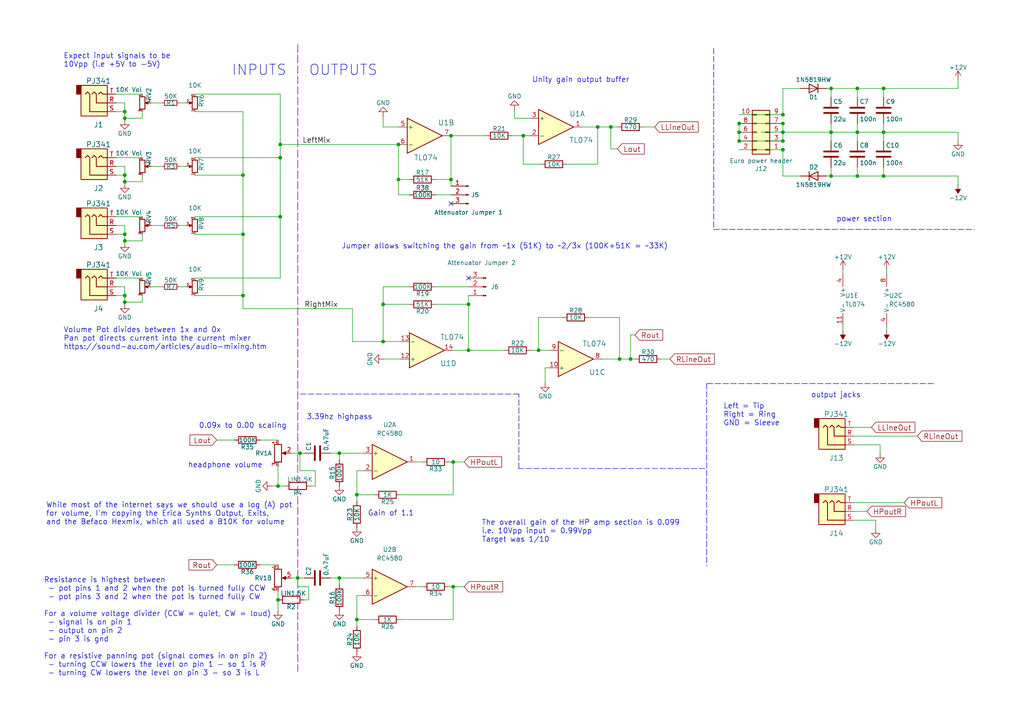
<source format=kicad_sch>
(kicad_sch (version 20211123) (generator eeschema)
  (paper "A4")
  (lib_symbols
    (symbol "Amplifier_Operational:RC4580" (pin_names (offset 0.127))
      (property "Reference" "U" (at 0 5.08 0))
      (property "Value" "RC4580" (at 0 -5.08 0))
      (symbol "RC4580_1_1"
        (polyline (pts (xy -5.08 5.08) (xy 5.08 0) (xy -5.08 -5.08) (xy -5.08 5.08)) (stroke (width 0.254)) (fill (type background)))
        (pin output line (at 7.62 0 180) (length 2.54) (name "~") (number "1"))
        (pin input line (at -7.62 -2.54 0) (length 2.54) (name "-") (number "2"))
        (pin input line (at -7.62 2.54 0) (length 2.54) (name "+") (number "3"))
      )
      (symbol "RC4580_2_1"
        (polyline (pts (xy -5.08 5.08) (xy 5.08 0) (xy -5.08 -5.08) (xy -5.08 5.08)) (stroke (width 0.254)) (fill (type background)))
        (pin input line (at -7.62 2.54 0) (length 2.54) (name "+") (number "5"))
        (pin input line (at -7.62 -2.54 0) (length 2.54) (name "-") (number "6"))
        (pin output line (at 7.62 0 180) (length 2.54) (name "~") (number "7"))
      )
      (symbol "RC4580_3_1"
        (pin power_in line (at -2.54 -7.62 90) (length 3.81) (name "V-") (number "4"))
        (pin power_in line (at -2.54 7.62 270) (length 3.81) (name "V+") (number "8"))
      )
    )
    (symbol "Amplifier_Operational:TL074" (pin_names (offset 0.127))
      (property "Reference" "U" (at 0 5.08 0))
      (property "Value" "TL074" (at 0 -5.08 0))
      (symbol "TL074_1_1"
        (polyline (pts (xy -5.08 5.08) (xy 5.08 0) (xy -5.08 -5.08) (xy -5.08 5.08)) (stroke (width 0.254)) (fill (type background)))
        (pin output line (at 7.62 0 180) (length 2.54) (name "~") (number "1"))
        (pin input line (at -7.62 -2.54 0) (length 2.54) (name "-") (number "2"))
        (pin input line (at -7.62 2.54 0) (length 2.54) (name "+") (number "3"))
      )
      (symbol "TL074_2_1"
        (polyline (pts (xy -5.08 5.08) (xy 5.08 0) (xy -5.08 -5.08) (xy -5.08 5.08)) (stroke (width 0.254)) (fill (type background)))
        (pin input line (at -7.62 2.54 0) (length 2.54) (name "+") (number "5"))
        (pin input line (at -7.62 -2.54 0) (length 2.54) (name "-") (number "6"))
        (pin output line (at 7.62 0 180) (length 2.54) (name "~") (number "7"))
      )
      (symbol "TL074_3_1"
        (polyline (pts (xy -5.08 5.08) (xy 5.08 0) (xy -5.08 -5.08) (xy -5.08 5.08)) (stroke (width 0.254)) (fill (type background)))
        (pin input line (at -7.62 2.54 0) (length 2.54) (name "+") (number "10"))
        (pin output line (at 7.62 0 180) (length 2.54) (name "~") (number "8"))
        (pin input line (at -7.62 -2.54 0) (length 2.54) (name "-") (number "9"))
      )
      (symbol "TL074_4_1"
        (polyline (pts (xy -5.08 5.08) (xy 5.08 0) (xy -5.08 -5.08) (xy -5.08 5.08)) (stroke (width 0.254)) (fill (type background)))
        (pin input line (at -7.62 2.54 0) (length 2.54) (name "+") (number "12"))
        (pin input line (at -7.62 -2.54 0) (length 2.54) (name "-") (number "13"))
        (pin output line (at 7.62 0 180) (length 2.54) (name "~") (number "14"))
      )
      (symbol "TL074_5_1"
        (pin power_in line (at -2.54 -7.62 90) (length 3.81) (name "V-") (number "11"))
        (pin power_in line (at -2.54 7.62 270) (length 3.81) (name "V+") (number "4"))
      )
    )
    (symbol "Connector:AudioJack3"
      (property "Reference" "J" (at 0 8.89 0))
      (property "Value" "AudioJack3" (at 0 6.35 0))
      (symbol "AudioJack3_0_1"
        (rectangle (start -5.08 -5.08) (end -6.35 -2.54) (stroke (width 0.254)) (fill (type outline)))
        (polyline (pts (xy 0 -2.54) (xy 0.635 -3.175) (xy 1.27 -2.54) (xy 2.54 -2.54)) (stroke (width 0.254)))
        (polyline (pts (xy -1.905 -2.54) (xy -1.27 -3.175) (xy -0.635 -2.54) (xy -0.635 0) (xy 2.54 0)) (stroke (width 0.254)))
        (polyline (pts (xy 2.54 2.54) (xy -2.54 2.54) (xy -2.54 -2.54) (xy -3.175 -3.175) (xy -3.81 -2.54)) (stroke (width 0.254)))
        (rectangle (start 2.54 3.81) (end -5.08 -5.08) (stroke (width 0.254)) (fill (type background)))
      )
      (symbol "AudioJack3_1_1"
        (pin passive line (at 5.08 0 180) (length 2.54) (name "~") (number "R"))
        (pin passive line (at 5.08 2.54 180) (length 2.54) (name "~") (number "S"))
        (pin passive line (at 5.08 -2.54 180) (length 2.54) (name "~") (number "T"))
      )
    )
    (symbol "Connector:Conn_01x03_Male" (pin_names (offset 1.016) hide)
      (property "Reference" "J" (at 0 5.08 0))
      (property "Value" "Conn_01x03_Male" (at 0 -5.08 0))
      (symbol "Conn_01x03_Male_1_1"
        (polyline (pts (xy 1.27 -2.54) (xy 0.8636 -2.54)) (stroke (width 0.1524)))
        (polyline (pts (xy 1.27 0) (xy 0.8636 0)) (stroke (width 0.1524)))
        (polyline (pts (xy 1.27 2.54) (xy 0.8636 2.54)) (stroke (width 0.1524)))
        (rectangle (start 0.8636 -2.413) (end 0 -2.667) (stroke (width 0.1524)) (fill (type outline)))
        (rectangle (start 0.8636 0.127) (end 0 -0.127) (stroke (width 0.1524)) (fill (type outline)))
        (rectangle (start 0.8636 2.667) (end 0 2.413) (stroke (width 0.1524)) (fill (type outline)))
        (pin passive line (at 5.08 2.54 180) (length 3.81) (name "Pin_1") (number "1"))
        (pin passive line (at 5.08 0 180) (length 3.81) (name "Pin_2") (number "2"))
        (pin passive line (at 5.08 -2.54 180) (length 3.81) (name "Pin_3") (number "3"))
      )
    )
    (symbol "Connector_Generic:Conn_02x05_Odd_Even" (pin_names (offset 1.016) hide)
      (property "Reference" "J" (at 1.27 7.62 0))
      (property "Value" "Conn_02x05_Odd_Even" (at 1.27 -7.62 0))
      (symbol "Conn_02x05_Odd_Even_1_1"
        (rectangle (start -1.27 -4.953) (end 0 -5.207) (stroke (width 0.1524)))
        (rectangle (start -1.27 -2.413) (end 0 -2.667) (stroke (width 0.1524)))
        (rectangle (start -1.27 0.127) (end 0 -0.127) (stroke (width 0.1524)))
        (rectangle (start -1.27 2.667) (end 0 2.413) (stroke (width 0.1524)))
        (rectangle (start -1.27 5.207) (end 0 4.953) (stroke (width 0.1524)))
        (rectangle (start -1.27 6.35) (end 3.81 -6.35) (stroke (width 0.254)) (fill (type background)))
        (rectangle (start 3.81 -4.953) (end 2.54 -5.207) (stroke (width 0.1524)))
        (rectangle (start 3.81 -2.413) (end 2.54 -2.667) (stroke (width 0.1524)))
        (rectangle (start 3.81 0.127) (end 2.54 -0.127) (stroke (width 0.1524)))
        (rectangle (start 3.81 2.667) (end 2.54 2.413) (stroke (width 0.1524)))
        (rectangle (start 3.81 5.207) (end 2.54 4.953) (stroke (width 0.1524)))
        (pin passive line (at -5.08 5.08 0) (length 3.81) (name "Pin_1") (number "1"))
        (pin passive line (at 7.62 -5.08 180) (length 3.81) (name "Pin_10") (number "10"))
        (pin passive line (at 7.62 5.08 180) (length 3.81) (name "Pin_2") (number "2"))
        (pin passive line (at -5.08 2.54 0) (length 3.81) (name "Pin_3") (number "3"))
        (pin passive line (at 7.62 2.54 180) (length 3.81) (name "Pin_4") (number "4"))
        (pin passive line (at -5.08 0 0) (length 3.81) (name "Pin_5") (number "5"))
        (pin passive line (at 7.62 0 180) (length 3.81) (name "Pin_6") (number "6"))
        (pin passive line (at -5.08 -2.54 0) (length 3.81) (name "Pin_7") (number "7"))
        (pin passive line (at 7.62 -2.54 180) (length 3.81) (name "Pin_8") (number "8"))
        (pin passive line (at -5.08 -5.08 0) (length 3.81) (name "Pin_9") (number "9"))
      )
    )
    (symbol "Device:C" (pin_numbers hide) (pin_names (offset 0.254))
      (property "Reference" "C" (at 0.635 2.54 0))
      (property "Value" "C" (at 0.635 -2.54 0))
      (symbol "C_0_1"
        (polyline (pts (xy -2.032 -0.762) (xy 2.032 -0.762)) (stroke (width 0.508)))
        (polyline (pts (xy -2.032 0.762) (xy 2.032 0.762)) (stroke (width 0.508)))
      )
      (symbol "C_1_1"
        (pin passive line (at 0 3.81 270) (length 2.794) (name "~") (number "1"))
        (pin passive line (at 0 -3.81 90) (length 2.794) (name "~") (number "2"))
      )
    )
    (symbol "Device:D" (pin_numbers hide) (pin_names (offset 1.016) hide)
      (property "Reference" "D" (at 0 2.54 0))
      (property "Value" "D" (at 0 -2.54 0))
      (symbol "D_0_1"
        (polyline (pts (xy -1.27 1.27) (xy -1.27 -1.27)) (stroke (width 0.254)))
        (polyline (pts (xy 1.27 0) (xy -1.27 0)))
        (polyline (pts (xy 1.27 1.27) (xy 1.27 -1.27) (xy -1.27 0) (xy 1.27 1.27)) (stroke (width 0.254)))
      )
      (symbol "D_1_1"
        (pin passive line (at -3.81 0 0) (length 2.54) (name "K") (number "1"))
        (pin passive line (at 3.81 0 180) (length 2.54) (name "A") (number "2"))
      )
    )
    (symbol "Device:R" (pin_numbers hide) (pin_names (offset 0))
      (property "Reference" "R" (at 2.032 0 90))
      (property "Value" "R" (at 0 0 90))
      (symbol "R_0_1"
        (rectangle (start -1.016 -2.54) (end 1.016 2.54) (stroke (width 0.254)))
      )
      (symbol "R_1_1"
        (pin passive line (at 0 3.81 270) (length 1.27) (name "~") (number "1"))
        (pin passive line (at 0 -3.81 90) (length 1.27) (name "~") (number "2"))
      )
    )
    (symbol "Device:R_POT_Dual_Separate" (pin_names (offset 1.016) hide)
      (property "Reference" "RV" (at -4.445 0 90))
      (property "Value" "Device_R_POT_Dual_Separate" (at -2.54 0 90))
      (symbol "R_POT_Dual_Separate_0_1"
        (polyline (pts (xy 2.54 0) (xy 1.524 0)))
        (polyline (pts (xy 1.143 0) (xy 2.286 0.508) (xy 2.286 -0.508) (xy 1.143 0)) (fill (type outline)))
        (rectangle (start 1.016 2.54) (end -1.016 -2.54) (stroke (width 0.254)))
      )
      (symbol "R_POT_Dual_Separate_1_1"
        (pin passive line (at 0 3.81 270) (length 1.27) (name "1") (number "1"))
        (pin passive line (at 3.81 0 180) (length 1.27) (name "2") (number "2"))
        (pin passive line (at 0 -3.81 90) (length 1.27) (name "3") (number "3"))
      )
      (symbol "R_POT_Dual_Separate_2_1"
        (pin passive line (at 0 3.81 270) (length 1.27) (name "4") (number "4"))
        (pin passive line (at 3.81 0 180) (length 1.27) (name "5") (number "5"))
        (pin passive line (at 0 -3.81 90) (length 1.27) (name "6") (number "6"))
      )
    )
    (symbol "Device:R_Potentiometer_Small" (pin_names (offset 1.016) hide)
      (property "Reference" "RV" (at -4.445 0 90))
      (property "Value" "R_Potentiometer_Small" (at -2.54 0 90))
      (symbol "R_Potentiometer_Small_0_1"
        (polyline (pts (xy 0.889 0) (xy 0.635 0) (xy 1.651 0.381) (xy 1.651 -0.381) (xy 0.635 0) (xy 0.889 0)) (fill (type outline)))
        (rectangle (start 0.762 1.8034) (end -0.762 -1.8034) (stroke (width 0.254)))
      )
      (symbol "R_Potentiometer_Small_1_1"
        (pin passive line (at 0 2.54 270) (length 0.635) (name "1") (number "1"))
        (pin passive line (at 2.54 0 180) (length 0.9906) (name "2") (number "2"))
        (pin passive line (at 0 -2.54 90) (length 0.635) (name "3") (number "3"))
      )
    )
    (symbol "Device:R_Small" (pin_numbers hide) (pin_names (offset 0.254) hide)
      (property "Reference" "R" (at 0.762 0.508 0))
      (property "Value" "R_Small" (at 0.762 -1.016 0))
      (symbol "R_Small_0_1"
        (rectangle (start -0.762 1.778) (end 0.762 -1.778) (stroke (width 0.2032)))
      )
      (symbol "R_Small_1_1"
        (pin passive line (at 0 2.54 270) (length 0.762) (name "~") (number "1"))
        (pin passive line (at 0 -2.54 90) (length 0.762) (name "~") (number "2"))
      )
    )
    (symbol "power:+12V" (power) (pin_names (offset 0))
      (property "Value" "+12V" (at 0 3.556 0))
      (symbol "+12V_0_1"
        (polyline (pts (xy -0.762 1.27) (xy 0 2.54)))
        (polyline (pts (xy 0 0) (xy 0 2.54)))
        (polyline (pts (xy 0 2.54) (xy 0.762 1.27)))
      )
      (symbol "+12V_1_1"
        (pin power_in line (at 0 0 90) (length 0) hide (name "+12V") (number "1"))
      )
    )
    (symbol "power:-12V" (power) (pin_names (offset 0))
      (property "Value" "-12V" (at 0 3.81 0))
      (symbol "-12V_0_0"
        (pin power_in line (at 0 0 90) (length 0) hide (name "-12V") (number "1"))
      )
      (symbol "-12V_0_1"
        (polyline (pts (xy 0 0) (xy 0 1.27) (xy 0.762 1.27) (xy 0 2.54) (xy -0.762 1.27) (xy 0 1.27)) (fill (type outline)))
      )
    )
    (symbol "power:GND" (power) (pin_names (offset 0))
      (property "Value" "GND" (at 0 -3.81 0))
      (symbol "GND_0_1"
        (polyline (pts (xy 0 0) (xy 0 -1.27) (xy 1.27 -1.27) (xy 0 -2.54) (xy -1.27 -1.27) (xy 0 -1.27)))
      )
      (symbol "GND_1_1"
        (pin power_in line (at 0 0 270) (length 0) hide (name "GND") (number "1"))
      )
    )
  )
  (junction (at 131.445 170.18))
  (junction (at 248.666 51.054))
  (junction (at 115.57 41.91))
  (junction (at 248.666 38.354))
  (junction (at 177.165 36.83))
  (junction (at 80.645 173.99))
  (junction (at 36.195 34.29))
  (junction (at 227.076 40.894))
  (junction (at 36.195 32.385))
  (junction (at 36.195 87.63))
  (junction (at 70.485 67.945))
  (junction (at 182.88 104.14))
  (junction (at 115.57 52.07))
  (junction (at 98.425 167.64))
  (junction (at 111.125 88.265))
  (junction (at 98.425 131.445))
  (junction (at 214.376 35.814))
  (junction (at 227.076 35.814))
  (junction (at 36.195 85.725))
  (junction (at 81.28 41.91))
  (junction (at 256.286 38.354))
  (junction (at 227.076 43.434))
  (junction (at 156.21 101.6))
  (junction (at 36.195 50.8))
  (junction (at 111.125 99.06))
  (junction (at 36.195 52.705))
  (junction (at 103.505 143.51))
  (junction (at 151.765 39.37))
  (junction (at 214.376 40.894))
  (junction (at 86.36 167.64))
  (junction (at 36.195 69.85))
  (junction (at 241.046 51.054))
  (junction (at 135.89 101.6))
  (junction (at 81.28 45.72))
  (junction (at 256.286 51.054))
  (junction (at 70.485 85.725))
  (junction (at 227.076 38.354))
  (junction (at 70.485 50.8))
  (junction (at 86.995 131.445))
  (junction (at 227.076 33.274))
  (junction (at 80.645 140.97))
  (junction (at 173.355 36.83))
  (junction (at 130.81 52.07))
  (junction (at 81.28 62.865))
  (junction (at 179.705 104.14))
  (junction (at 130.81 39.37))
  (junction (at 36.195 67.945))
  (junction (at 256.286 25.654))
  (junction (at 214.376 38.354))
  (junction (at 248.666 25.654))
  (junction (at 131.445 133.985))
  (junction (at 135.89 88.265))
  (junction (at 103.505 179.705))
  (junction (at 241.046 38.354))
  (junction (at 241.046 25.654))
  (no_connect (at 130.81 59.055))
  (no_connect (at 135.89 80.645))
  (wire (pts (xy 227.076 35.814) (xy 227.076 38.354)))
  (wire (pts (xy 241.046 25.654) (xy 248.666 25.654)))
  (wire (pts (xy 111.125 104.14) (xy 116.205 104.14)))
  (wire (pts (xy 41.275 69.85) (xy 36.195 69.85)))
  (wire (pts (xy 111.125 99.06) (xy 111.125 88.265)))
  (wire (pts (xy 43.815 65.405) (xy 46.99 65.405)))
  (wire (pts (xy 91.44 136.525) (xy 86.995 136.525)))
  (wire (pts (xy 135.89 88.265) (xy 135.89 101.6)))
  (wire (pts (xy 130.81 52.07) (xy 130.81 53.975)))
  (wire (pts (xy 43.815 29.845) (xy 46.99 29.845)))
  (wire (pts (xy 103.505 179.705) (xy 103.505 181.61)))
  (wire (pts (xy 98.425 167.64) (xy 98.425 169.545)))
  (wire (pts (xy 151.765 47.625) (xy 156.845 47.625)))
  (wire (pts (xy 105.41 136.525) (xy 103.505 136.525)))
  (wire (pts (xy 89.535 173.99) (xy 88.265 173.99)))
  (wire (pts (xy 248.666 25.654) (xy 248.666 28.194)))
  (wire (pts (xy 220.726 38.354) (xy 227.076 38.354)))
  (wire (pts (xy 84.455 131.445) (xy 86.995 131.445)))
  (wire (pts (xy 36.195 67.945) (xy 36.195 69.85)))
  (wire (pts (xy 105.41 172.72) (xy 103.505 172.72)))
  (wire (pts (xy 33.655 83.185) (xy 36.195 83.185)))
  (wire (pts (xy 115.57 52.07) (xy 118.745 52.07)))
  (wire (pts (xy 135.89 85.725) (xy 135.89 88.265)))
  (wire (pts (xy 255.27 129.032) (xy 255.27 131.572)))
  (wire (pts (xy 130.175 133.985) (xy 131.445 133.985)))
  (wire (pts (xy 241.046 35.814) (xy 241.046 38.354)))
  (wire (pts (xy 33.655 50.8) (xy 36.195 50.8)))
  (wire (pts (xy 98.425 131.445) (xy 105.41 131.445)))
  (wire (pts (xy 115.57 41.91) (xy 115.57 52.07)))
  (wire (pts (xy 191.77 104.14) (xy 194.31 104.14)))
  (wire (pts (xy 84.455 167.64) (xy 86.36 167.64)))
  (wire (pts (xy 41.275 85.725) (xy 41.275 87.63)))
  (wire (pts (xy 116.205 99.06) (xy 111.125 99.06)))
  (wire (pts (xy 156.21 92.075) (xy 163.195 92.075)))
  (wire (pts (xy 33.655 80.645) (xy 41.275 80.645)))
  (wire (pts (xy 103.505 136.525) (xy 103.505 143.51)))
  (wire (pts (xy 247.65 126.492) (xy 266.065 126.492)))
  (wire (pts (xy 103.505 172.72) (xy 103.505 179.705)))
  (wire (pts (xy 36.195 69.85) (xy 36.195 70.485)))
  (wire (pts (xy 81.28 45.72) (xy 81.28 62.865)))
  (wire (pts (xy 131.445 133.985) (xy 131.445 143.51)))
  (wire (pts (xy 248.666 38.354) (xy 248.666 40.894)))
  (wire (pts (xy 241.046 51.054) (xy 248.666 51.054)))
  (wire (pts (xy 41.275 87.63) (xy 36.195 87.63)))
  (wire (pts (xy 164.465 47.625) (xy 173.355 47.625)))
  (wire (pts (xy 36.195 65.405) (xy 36.195 67.945)))
  (wire (pts (xy 247.65 123.952) (xy 252.73 123.952)))
  (wire (pts (xy 70.485 67.945) (xy 70.485 85.725)))
  (wire (pts (xy 256.286 25.654) (xy 277.876 25.654)))
  (wire (pts (xy 248.666 48.514) (xy 248.666 51.054)))
  (wire (pts (xy 90.17 140.97) (xy 91.44 140.97)))
  (wire (pts (xy 41.275 32.385) (xy 41.275 34.29)))
  (wire (pts (xy 244.475 78.105) (xy 244.475 79.375)))
  (wire (pts (xy 257.175 94.615) (xy 257.175 95.885)))
  (wire (pts (xy 36.195 83.185) (xy 36.195 85.725)))
  (wire (pts (xy 131.445 101.6) (xy 135.89 101.6)))
  (wire (pts (xy 131.445 133.985) (xy 134.62 133.985)))
  (wire (pts (xy 130.81 39.37) (xy 140.97 39.37)))
  (wire (pts (xy 135.89 101.6) (xy 146.304 101.6)))
  (polyline (pts (xy 204.47 135.89) (xy 150.495 135.89)))
  (wire (pts (xy 111.125 88.265) (xy 111.125 83.185)))
  (wire (pts (xy 241.046 38.354) (xy 241.046 40.894)))
  (wire (pts (xy 277.876 25.654) (xy 277.876 23.114)))
  (wire (pts (xy 214.376 35.814) (xy 227.076 35.814)))
  (wire (pts (xy 148.59 39.37) (xy 151.765 39.37)))
  (wire (pts (xy 241.046 25.654) (xy 241.046 28.194)))
  (polyline (pts (xy 86.36 12.954) (xy 86.36 194.818)) (stroke (width 0.2032) (color 194 0 194 1)))
  (wire (pts (xy 86.36 167.64) (xy 88.265 167.64)))
  (polyline (pts (xy 270.764 111.252) (xy 204.978 111.252)))
  (wire (pts (xy 247.65 145.796) (xy 262.255 145.796)))
  (wire (pts (xy 75.565 127.635) (xy 80.645 127.635)))
  (wire (pts (xy 158.115 106.68) (xy 158.115 111.125)))
  (wire (pts (xy 248.666 38.354) (xy 256.286 38.354)))
  (wire (pts (xy 80.645 140.97) (xy 82.55 140.97)))
  (wire (pts (xy 168.91 36.83) (xy 173.355 36.83)))
  (polyline (pts (xy 204.978 111.252) (xy 204.978 164.084)))
  (wire (pts (xy 36.195 29.845) (xy 36.195 32.385)))
  (wire (pts (xy 70.485 89.535) (xy 102.235 89.535)))
  (wire (pts (xy 36.195 32.385) (xy 36.195 34.29)))
  (wire (pts (xy 173.355 36.83) (xy 173.355 47.625)))
  (wire (pts (xy 36.195 52.705) (xy 36.195 53.34)))
  (wire (pts (xy 52.07 48.26) (xy 53.975 48.26)))
  (wire (pts (xy 86.995 136.525) (xy 86.995 131.445)))
  (wire (pts (xy 247.65 129.032) (xy 255.27 129.032)))
  (wire (pts (xy 126.365 52.07) (xy 130.81 52.07)))
  (wire (pts (xy 81.28 41.91) (xy 115.57 41.91)))
  (wire (pts (xy 244.475 94.615) (xy 244.475 95.885)))
  (wire (pts (xy 126.365 56.515) (xy 130.81 56.515)))
  (wire (pts (xy 56.515 62.865) (xy 81.28 62.865)))
  (wire (pts (xy 177.165 36.83) (xy 179.07 36.83)))
  (wire (pts (xy 173.355 36.83) (xy 177.165 36.83)))
  (wire (pts (xy 33.655 85.725) (xy 36.195 85.725)))
  (wire (pts (xy 131.445 170.18) (xy 134.62 170.18)))
  (wire (pts (xy 227.076 43.434) (xy 227.076 51.054)))
  (wire (pts (xy 98.425 131.445) (xy 98.425 133.35)))
  (wire (pts (xy 102.235 89.535) (xy 102.235 99.06)))
  (wire (pts (xy 182.88 97.155) (xy 182.88 104.14)))
  (wire (pts (xy 70.485 50.8) (xy 70.485 67.945)))
  (wire (pts (xy 33.655 67.945) (xy 36.195 67.945)))
  (wire (pts (xy 33.655 27.305) (xy 41.275 27.305)))
  (wire (pts (xy 126.365 88.265) (xy 135.89 88.265)))
  (wire (pts (xy 52.07 29.845) (xy 53.975 29.845)))
  (wire (pts (xy 156.21 92.075) (xy 156.21 101.6)))
  (wire (pts (xy 91.44 140.97) (xy 91.44 136.525)))
  (wire (pts (xy 239.776 25.654) (xy 241.046 25.654)))
  (polyline (pts (xy 150.495 114.3) (xy 86.36 114.3)))
  (wire (pts (xy 111.125 33.655) (xy 111.125 36.83)))
  (wire (pts (xy 214.376 40.894) (xy 214.376 38.354)))
  (wire (pts (xy 33.655 48.26) (xy 36.195 48.26)))
  (wire (pts (xy 43.815 83.185) (xy 46.99 83.185)))
  (wire (pts (xy 52.07 65.405) (xy 53.975 65.405)))
  (wire (pts (xy 86.995 131.445) (xy 88.265 131.445)))
  (polyline (pts (xy 207.01 66.548) (xy 282.702 66.548)))
  (wire (pts (xy 227.076 38.354) (xy 227.076 40.894)))
  (wire (pts (xy 241.046 38.354) (xy 248.666 38.354)))
  (wire (pts (xy 177.165 36.83) (xy 177.165 43.18)))
  (wire (pts (xy 41.275 34.29) (xy 36.195 34.29)))
  (polyline (pts (xy 150.495 135.89) (xy 150.495 114.3)))
  (wire (pts (xy 95.885 131.445) (xy 98.425 131.445)))
  (wire (pts (xy 62.865 163.83) (xy 67.945 163.83)))
  (wire (pts (xy 151.765 39.37) (xy 153.67 39.37)))
  (wire (pts (xy 52.07 83.185) (xy 53.975 83.185)))
  (wire (pts (xy 227.076 33.274) (xy 227.076 25.654)))
  (wire (pts (xy 43.815 48.26) (xy 46.99 48.26)))
  (wire (pts (xy 75.565 163.83) (xy 80.645 163.83)))
  (wire (pts (xy 174.625 104.14) (xy 179.705 104.14)))
  (wire (pts (xy 256.286 51.054) (xy 277.876 51.054)))
  (wire (pts (xy 111.125 83.185) (xy 118.745 83.185)))
  (wire (pts (xy 103.505 143.51) (xy 103.505 145.415)))
  (wire (pts (xy 95.885 167.64) (xy 98.425 167.64)))
  (polyline (pts (xy 207.01 13.97) (xy 207.01 66.548)))
  (wire (pts (xy 247.65 148.336) (xy 251.46 148.336)))
  (wire (pts (xy 227.076 38.354) (xy 241.046 38.354)))
  (wire (pts (xy 277.876 51.054) (xy 277.876 53.594)))
  (wire (pts (xy 70.485 85.725) (xy 70.485 89.535)))
  (wire (pts (xy 103.505 143.51) (xy 108.585 143.51)))
  (wire (pts (xy 182.88 104.14) (xy 184.15 104.14)))
  (wire (pts (xy 241.046 48.514) (xy 241.046 51.054)))
  (wire (pts (xy 111.125 36.83) (xy 115.57 36.83)))
  (wire (pts (xy 227.076 40.894) (xy 214.376 40.894)))
  (wire (pts (xy 156.21 101.6) (xy 159.385 101.6)))
  (wire (pts (xy 179.705 92.075) (xy 179.705 104.14)))
  (wire (pts (xy 62.865 127.635) (xy 67.945 127.635)))
  (wire (pts (xy 277.876 38.354) (xy 277.876 40.894)))
  (wire (pts (xy 80.645 135.255) (xy 80.645 140.97)))
  (wire (pts (xy 33.655 45.72) (xy 41.275 45.72)))
  (wire (pts (xy 56.515 32.385) (xy 70.485 32.385)))
  (wire (pts (xy 170.815 92.075) (xy 179.705 92.075)))
  (wire (pts (xy 56.515 45.72) (xy 81.28 45.72)))
  (wire (pts (xy 186.69 36.83) (xy 189.865 36.83)))
  (wire (pts (xy 80.645 173.99) (xy 80.645 177.165)))
  (wire (pts (xy 248.666 35.814) (xy 248.666 38.354)))
  (wire (pts (xy 153.924 101.6) (xy 156.21 101.6)))
  (wire (pts (xy 214.376 43.434) (xy 227.076 43.434)))
  (wire (pts (xy 103.505 179.705) (xy 108.585 179.705)))
  (wire (pts (xy 36.195 50.8) (xy 36.195 52.705)))
  (wire (pts (xy 131.445 170.18) (xy 131.445 179.705)))
  (wire (pts (xy 56.515 27.305) (xy 81.28 27.305)))
  (wire (pts (xy 256.286 51.054) (xy 256.286 48.514)))
  (wire (pts (xy 86.36 170.18) (xy 89.535 170.18)))
  (wire (pts (xy 115.57 52.07) (xy 115.57 56.515)))
  (wire (pts (xy 126.365 83.185) (xy 135.89 83.185)))
  (wire (pts (xy 56.515 85.725) (xy 70.485 85.725)))
  (wire (pts (xy 81.28 62.865) (xy 81.28 80.645)))
  (wire (pts (xy 33.655 29.845) (xy 36.195 29.845)))
  (wire (pts (xy 256.286 38.354) (xy 256.286 40.894)))
  (wire (pts (xy 256.286 25.654) (xy 256.286 28.194)))
  (wire (pts (xy 33.655 32.385) (xy 36.195 32.385)))
  (wire (pts (xy 149.225 31.75) (xy 149.225 34.29)))
  (wire (pts (xy 248.666 51.054) (xy 256.286 51.054)))
  (wire (pts (xy 86.36 167.64) (xy 86.36 170.18)))
  (wire (pts (xy 177.165 43.18) (xy 179.07 43.18)))
  (wire (pts (xy 130.175 170.18) (xy 131.445 170.18)))
  (wire (pts (xy 70.485 32.385) (xy 70.485 50.8)))
  (wire (pts (xy 116.205 179.705) (xy 131.445 179.705)))
  (wire (pts (xy 115.57 56.515) (xy 118.745 56.515)))
  (wire (pts (xy 248.666 25.654) (xy 256.286 25.654)))
  (wire (pts (xy 80.645 140.97) (xy 78.74 140.97)))
  (wire (pts (xy 159.385 106.68) (xy 158.115 106.68)))
  (wire (pts (xy 179.705 104.14) (xy 182.88 104.14)))
  (wire (pts (xy 41.275 50.8) (xy 41.275 52.705)))
  (wire (pts (xy 214.376 33.274) (xy 227.076 33.274)))
  (wire (pts (xy 149.225 34.29) (xy 153.67 34.29)))
  (wire (pts (xy 227.076 25.654) (xy 232.156 25.654)))
  (wire (pts (xy 257.175 78.105) (xy 257.175 79.375)))
  (wire (pts (xy 120.65 133.985) (xy 122.555 133.985)))
  (wire (pts (xy 102.235 99.06) (xy 111.125 99.06)))
  (wire (pts (xy 116.205 143.51) (xy 131.445 143.51)))
  (wire (pts (xy 256.286 38.354) (xy 277.876 38.354)))
  (wire (pts (xy 184.15 97.155) (xy 182.88 97.155)))
  (wire (pts (xy 239.776 51.054) (xy 241.046 51.054)))
  (wire (pts (xy 120.65 170.18) (xy 122.555 170.18)))
  (wire (pts (xy 41.275 67.945) (xy 41.275 69.85)))
  (wire (pts (xy 214.376 38.354) (xy 214.376 35.814)))
  (wire (pts (xy 56.515 80.645) (xy 81.28 80.645)))
  (wire (pts (xy 56.515 67.945) (xy 70.485 67.945)))
  (wire (pts (xy 36.195 34.29) (xy 36.195 34.925)))
  (wire (pts (xy 151.765 39.37) (xy 151.765 47.625)))
  (wire (pts (xy 36.195 87.63) (xy 36.195 88.265)))
  (wire (pts (xy 227.076 51.054) (xy 232.156 51.054)))
  (wire (pts (xy 89.535 170.18) (xy 89.535 173.99)))
  (wire (pts (xy 33.655 65.405) (xy 36.195 65.405)))
  (wire (pts (xy 247.65 150.876) (xy 254 150.876)))
  (wire (pts (xy 36.195 48.26) (xy 36.195 50.8)))
  (wire (pts (xy 254 150.876) (xy 254 153.416)))
  (wire (pts (xy 111.125 88.265) (xy 118.745 88.265)))
  (wire (pts (xy 80.645 171.45) (xy 80.645 173.99)))
  (wire (pts (xy 56.515 50.8) (xy 70.485 50.8)))
  (wire (pts (xy 256.286 35.814) (xy 256.286 38.354)))
  (wire (pts (xy 130.81 39.37) (xy 130.81 52.07)))
  (wire (pts (xy 98.425 167.64) (xy 105.41 167.64)))
  (wire (pts (xy 81.28 41.91) (xy 81.28 45.72)))
  (wire (pts (xy 81.28 27.305) (xy 81.28 41.91)))
  (wire (pts (xy 36.195 85.725) (xy 36.195 87.63)))
  (wire (pts (xy 41.275 52.705) (xy 36.195 52.705)))
  (wire (pts (xy 33.655 62.865) (xy 41.275 62.865)))
  (text "The overall gain of the HP amp section is 0.099\ni.e. 10Vpp input = 0.99Vpp\nTarget was 1/10" (at 139.7 157.48 0) (effects (font (size 1.524 1.524)) (justify left bottom)))
  (text "headphone volume" (at 76.2 135.89 180) (effects (font (size 1.524 1.524)) (justify right bottom)))
  (text "3.39hz highpass" (at 88.9 121.92 0) (effects (font (size 1.524 1.524)) (justify left bottom)))
  (text "INPUTS" (at 83.185 22.225 180) (effects (font (size 2.9972 2.9972)) (justify right bottom)))
  (text "Volume Pot divides between 1x and 0x\nPan pot directs current into the current mixer\nhttps://sound-au.com/articles/audio-mixing.htm" (at 18.415 101.6 0) (effects (font (size 1.524 1.524)) (justify left bottom)))
  (text "Left = Tip\nRight = Ring\nGND = Sleeve" (at 209.804 123.698 0) (effects (font (size 1.524 1.524)) (justify left bottom)))
  (text "Unity gain output buffer" (at 154.305 24.13 0) (effects (font (size 1.524 1.524)) (justify left bottom)))
  (text "0.09x to 0.00 scaling" (at 83.185 124.46 180) (effects (font (size 1.524 1.524)) (justify right bottom)))
  (text "Gain of 1.1" (at 106.68 149.86 0) (effects (font (size 1.524 1.524)) (justify left bottom)))
  (text "While most of the internet says we should use a log (A) pot\nfor volume, I'm copying the Erica Synths Output, Exits,\nand the Befaco Hexmix, which all used a B10K for volume" (at 13.335 152.4 0) (effects (font (size 1.524 1.524)) (justify left bottom)))
  (text "OUTPUTS" (at 89.535 22.225 0) (effects (font (size 2.9972 2.9972)) (justify left bottom)))
  (text "Jumper allows switching the gain from ~1x (51K) to ~2/3x (100K+51K = ~33K)" (at 99.06 72.39 0) (effects (font (size 1.524 1.524)) (justify left bottom)))
  (text "output jacks" (at 235.204 115.57 0) (effects (font (size 1.524 1.524)) (justify left bottom)))
  (text "Expect input signals to be\n10Vpp (i.e +5V to -5V)" (at 18.415 19.685 0) (effects (font (size 1.524 1.524)) (justify left bottom)))
  (text "power section" (at 242.57 64.516 0) (effects (font (size 1.524 1.524)) (justify left bottom)))
  (text "Resistance is highest between\n - pot pins 1 and 2 when the pot is turned fully CCW\n - pot pins 3 and 2 when the pot is turned fully CW\n\nFor a volume voltage divider (CCW = quiet, CW = loud)\n - signal is on pin 1\n - output on pin 2\n - pin 3 is gnd\n\nFor a resistive panning pot (signal comes in on pin 2)\n - turning CCW lowers the level on pin 1 - so 1 is R\n - turning CW lowers the level on pin 3 - so 3 is L\n" (at 12.7 196.215 0) (effects (font (size 1.524 1.524)) (justify left bottom)))
  (label "RightMix" (at 88.265 89.535 0) (effects (font (size 1.524 1.524))))
  (label "LeftMix" (at 95.885 41.91 180) (effects (font (size 1.524 1.524))))
  (global_label "RLineOut" (shape input) (at 194.31 104.14 0) (effects (font (size 1.524 1.524))) (property "Intersheet References" "${INTERSHEET_REFS}" (effects hide)))
  (global_label "HPoutL" (shape input) (at 134.62 133.985 0) (effects (font (size 1.524 1.524))) (property "Intersheet References" "${INTERSHEET_REFS}" (effects hide)))
  (global_label "RLineOut" (shape input) (at 266.065 126.492 0) (effects (font (size 1.524 1.524))) (property "Intersheet References" "${INTERSHEET_REFS}" (effects hide)))
  (global_label "HPoutL" (shape input) (at 262.255 145.796 0) (effects (font (size 1.524 1.524))) (property "Intersheet References" "${INTERSHEET_REFS}" (effects hide)))
  (global_label "Lout" (shape input) (at 62.865 127.635 180) (effects (font (size 1.524 1.524))) (property "Intersheet References" "${INTERSHEET_REFS}" (effects hide)))
  (global_label "HPoutR" (shape input) (at 134.62 170.18 0) (effects (font (size 1.524 1.524))) (property "Intersheet References" "${INTERSHEET_REFS}" (effects hide)))
  (global_label "Rout" (shape input) (at 184.15 97.155 0) (effects (font (size 1.524 1.524))) (property "Intersheet References" "${INTERSHEET_REFS}" (effects hide)))
  (global_label "LLineOut" (shape input) (at 252.73 123.952 0) (effects (font (size 1.524 1.524))) (property "Intersheet References" "${INTERSHEET_REFS}" (effects hide)))
  (global_label "Rout" (shape input) (at 62.865 163.83 180) (effects (font (size 1.524 1.524))) (property "Intersheet References" "${INTERSHEET_REFS}" (effects hide)))
  (global_label "HPoutR" (shape input) (at 251.46 148.336 0) (effects (font (size 1.524 1.524))) (property "Intersheet References" "${INTERSHEET_REFS}" (effects hide)))
  (global_label "LLineOut" (shape input) (at 189.865 36.83 0) (effects (font (size 1.524 1.524))) (property "Intersheet References" "${INTERSHEET_REFS}" (effects hide)))
  (global_label "Lout" (shape input) (at 179.07 43.18 0) (effects (font (size 1.524 1.524))) (property "Intersheet References" "${INTERSHEET_REFS}" (effects hide)))
  (symbol (lib_id "Device:R") (at 182.88 36.83 90) (unit 1)
    (property "Reference" "R29" (at 182.88 34.798 90))
    (property "Value" "470" (at 182.88 36.83 90))
    (property "Footprint" "Resistor_SMD:R_0603_1608Metric_Pad0.98x0.95mm_HandSolder" (effects hide))
    (property "LCSC" "C23179" (effects hide))
  )
  (symbol (lib_id "Device:R") (at 187.96 104.14 90) (unit 1)
    (property "Reference" "R30" (at 187.96 102.108 90))
    (property "Value" "470" (at 187.96 104.14 90))
    (property "Footprint" "Resistor_SMD:R_0603_1608Metric_Pad0.98x0.95mm_HandSolder" (effects hide))
    (property "LCSC" "C23179" (effects hide))
  )
  (symbol (lib_id "Device:R") (at 122.555 52.07 90) (unit 1)
    (property "Reference" "R17" (at 122.555 50.038 90))
    (property "Value" "51K" (at 122.555 52.07 90))
    (property "Footprint" "Resistor_SMD:R_0603_1608Metric_Pad0.98x0.95mm_HandSolder" (effects hide))
    (property "LCSC" "C23196" (effects hide))
  )
  (symbol (lib_id "Device:R") (at 144.78 39.37 90) (unit 1)
    (property "Reference" "R21" (at 144.78 37.338 90))
    (property "Value" "10K" (at 144.78 39.37 90))
    (property "Footprint" "Resistor_SMD:R_0603_1608Metric_Pad0.98x0.95mm_HandSolder" (effects hide))
    (property "LCSC" "C25804" (effects hide))
  )
  (symbol (lib_id "Device:R") (at 160.655 47.625 90) (unit 1)
    (property "Reference" "R27" (at 160.655 45.593 90))
    (property "Value" "10K" (at 160.655 47.625 90))
    (property "Footprint" "Resistor_SMD:R_0603_1608Metric_Pad0.98x0.95mm_HandSolder" (effects hide))
    (property "LCSC" "C25804" (effects hide))
  )
  (symbol (lib_id "Device:R") (at 122.555 88.265 90) (mirror x) (unit 1)
    (property "Reference" "R20" (at 122.555 90.297 90))
    (property "Value" "51K" (at 122.555 88.265 90))
    (property "Footprint" "Resistor_SMD:R_0603_1608Metric_Pad0.98x0.95mm_HandSolder" (effects hide))
    (property "LCSC" "C23196" (effects hide))
  )
  (symbol (lib_id "Device:R") (at 150.114 101.6 90) (unit 1)
    (property "Reference" "R22" (at 150.114 99.568 90))
    (property "Value" "10K" (at 150.114 101.6 90))
    (property "Footprint" "Resistor_SMD:R_0603_1608Metric_Pad0.98x0.95mm_HandSolder" (effects hide))
    (property "LCSC" "C25804" (effects hide))
  )
  (symbol (lib_id "Device:R") (at 167.005 92.075 90) (unit 1)
    (property "Reference" "R28" (at 167.005 90.043 90))
    (property "Value" "10K" (at 167.005 92.075 90))
    (property "Footprint" "Resistor_SMD:R_0603_1608Metric_Pad0.98x0.95mm_HandSolder" (effects hide))
    (property "LCSC" "C25804" (effects hide))
  )
  (symbol (lib_id "Device:D") (at 235.966 25.654 180) (unit 1)
    (property "Reference" "D1" (at 235.966 28.194 0))
    (property "Value" "1N5819HW" (at 235.966 23.114 0))
    (property "Footprint" "Diode_SMD:D_SOD-323_HandSoldering" (effects hide))
    (property "LCSC" "C191023" (effects hide))
  )
  (symbol (lib_id "Device:D") (at 235.966 51.054 0) (unit 1)
    (property "Reference" "D2" (at 235.966 48.514 0))
    (property "Value" "1N5819HW" (at 235.966 53.594 0))
    (property "Footprint" "Diode_SMD:D_SOD-323_HandSoldering" (effects hide))
    (property "LCSC" "C191023" (effects hide))
  )
  (symbol (lib_id "Device:C") (at 241.046 32.004 0) (unit 1)
    (property "Reference" "C5" (at 241.681 29.464 0) (effects (justify left)))
    (property "Value" "22u" (at 241.681 34.544 0) (effects (justify left)))
    (property "Footprint" "Capacitor_SMD:C_1206_3216Metric_Pad1.33x1.80mm_HandSolder" (effects hide))
    (property "LCSC" "C12891" (effects hide))
  )
  (symbol (lib_id "Device:C") (at 241.046 44.704 0) (unit 1)
    (property "Reference" "C6" (at 241.681 42.164 0) (effects (justify left)))
    (property "Value" "22u" (at 241.681 47.244 0) (effects (justify left)))
    (property "Footprint" "Capacitor_SMD:C_1206_3216Metric_Pad1.33x1.80mm_HandSolder" (effects hide))
    (property "LCSC" "C12891" (effects hide))
  )
  (symbol (lib_id "Device:C") (at 248.666 32.004 0) (unit 1)
    (property "Reference" "C7" (at 249.301 29.464 0) (effects (justify left)))
    (property "Value" "100n" (at 249.301 34.544 0) (effects (justify left)))
    (property "Footprint" "Capacitor_SMD:C_0603_1608Metric_Pad1.08x0.95mm_HandSolder" (effects hide))
    (property "LCSC" "C14663" (effects hide))
  )
  (symbol (lib_id "Device:C") (at 248.666 44.704 0) (unit 1)
    (property "Reference" "C8" (at 249.301 42.164 0) (effects (justify left)))
    (property "Value" "100n" (at 249.301 47.244 0) (effects (justify left)))
    (property "Footprint" "Capacitor_SMD:C_0603_1608Metric_Pad1.08x0.95mm_HandSolder" (effects hide))
    (property "LCSC" "C14663" (effects hide))
  )
  (symbol (lib_id "power:+12V") (at 277.876 23.114 0) (unit 1)
    (property "Reference" "#PWR029" (effects hide))
    (property "Value" "+12V" (at 277.876 19.558 0))
  )
  (symbol (lib_id "power:-12V") (at 277.876 53.594 180) (unit 1)
    (property "Reference" "#PWR031" (effects hide))
    (property "Value" "-12V" (at 277.876 57.404 0))
  )
  (symbol (lib_id "power:GND") (at 277.876 40.894 0) (unit 1)
    (property "Reference" "#PWR030" (effects hide))
    (property "Value" "GND" (at 277.876 44.704 0))
  )
  (symbol (lib_id "power:+12V") (at 244.475 78.105 0) (unit 1)
    (property "Reference" "#PWR022" (effects hide))
    (property "Value" "+12V" (at 244.475 74.549 0))
  )
  (symbol (lib_id "power:-12V") (at 244.475 95.885 180) (unit 1)
    (property "Reference" "#PWR023" (effects hide))
    (property "Value" "-12V" (at 244.475 99.695 0))
  )
  (symbol (lib_id "Amplifier_Operational:TL074") (at 123.19 39.37 0) (unit 2)
    (property "Reference" "U1" (at 127 35.56 0) (effects (font (size 1.524 1.524)) (justify left)))
    (property "Value" "TL074" (at 120.015 45.72 0) (effects (font (size 1.524 1.524)) (justify left)))
    (property "Footprint" "Package_SO:SOIC-14_3.9x8.7mm_P1.27mm" (effects hide))
    (property "Datasheet" "http://www.ti.com/lit/ds/symlink/tl071.pdf" (effects hide))
    (property "LCSC" "C12594" (effects hide))
  )
  (symbol (lib_id "Amplifier_Operational:TL074") (at 161.29 36.83 0) (unit 1)
    (property "Reference" "U1" (at 165.1 33.02 0) (effects (font (size 1.524 1.524)) (justify left)))
    (property "Value" "TL074" (at 165.1 40.64 0) (effects (font (size 1.524 1.524)) (justify left)))
    (property "Footprint" "Package_SO:SOIC-14_3.9x8.7mm_P1.27mm" (effects hide))
    (property "Datasheet" "http://www.ti.com/lit/ds/symlink/tl071.pdf" (effects hide))
    (property "LCSC" "C12594" (effects hide))
  )
  (symbol (lib_id "Amplifier_Operational:TL074") (at 123.825 101.6 0) (mirror x) (unit 4)
    (property "Reference" "U1" (at 127.635 105.41 0) (effects (font (size 1.524 1.524)) (justify left)))
    (property "Value" "TL074" (at 127.635 97.79 0) (effects (font (size 1.524 1.524)) (justify left)))
    (property "Footprint" "Package_SO:SOIC-14_3.9x8.7mm_P1.27mm" (effects hide))
    (property "Datasheet" "http://www.ti.com/lit/ds/symlink/tl071.pdf" (effects hide))
    (property "LCSC" "C12594" (effects hide))
  )
  (symbol (lib_id "Amplifier_Operational:TL074") (at 167.005 104.14 0) (mirror x) (unit 3)
    (property "Reference" "U1" (at 170.815 107.95 0) (effects (font (size 1.524 1.524)) (justify left)))
    (property "Value" "TL074" (at 168.91 99.695 0) (effects (font (size 1.524 1.524)) (justify left)))
    (property "Footprint" "Package_SO:SOIC-14_3.9x8.7mm_P1.27mm" (effects hide))
    (property "Datasheet" "http://www.ti.com/lit/ds/symlink/tl071.pdf" (effects hide))
    (property "LCSC" "C12594" (effects hide))
  )
  (symbol (lib_id "Device:C") (at 256.286 32.004 0) (unit 1)
    (property "Reference" "C9" (at 256.921 29.464 0) (effects (justify left)))
    (property "Value" "100n" (at 256.921 34.544 0) (effects (justify left)))
    (property "Footprint" "Capacitor_SMD:C_0603_1608Metric_Pad1.08x0.95mm_HandSolder" (effects hide))
    (property "LCSC" "C14663" (effects hide))
  )
  (symbol (lib_id "Device:C") (at 256.286 44.704 0) (unit 1)
    (property "Reference" "C10" (at 256.921 42.164 0) (effects (justify left)))
    (property "Value" "100n" (at 256.921 47.244 0) (effects (justify left)))
    (property "Footprint" "Capacitor_SMD:C_0603_1608Metric_Pad1.08x0.95mm_HandSolder" (effects hide))
    (property "LCSC" "C14663" (effects hide))
  )
  (symbol (lib_id "Device:R") (at 122.555 83.185 90) (mirror x) (unit 1)
    (property "Reference" "R19" (at 122.555 85.217 90))
    (property "Value" "100K" (at 122.555 83.185 90))
    (property "Footprint" "Resistor_SMD:R_0603_1608Metric_Pad0.98x0.95mm_HandSolder" (effects hide))
    (property "LCSC" "C25803" (effects hide))
  )
  (symbol (lib_id "Connector_Generic:Conn_02x05_Odd_Even") (at 221.996 38.354 180) (unit 1)
    (property "Reference" "J12" (at 220.726 48.9458 0))
    (property "Value" "Euro power header" (at 220.726 46.6344 0))
    (property "Footprint" "Connector_IDC:IDC-Header_2x05_P2.54mm_Vertical" (effects hide))
  )
  (symbol (lib_id "power:GND") (at 36.195 53.34 0) (unit 1)
    (property "Reference" "#PWR02" (effects hide))
    (property "Value" "GND" (at 36.195 57.15 0))
  )
  (symbol (lib_id "Device:R_Potentiometer_Small") (at 41.275 48.26 0) (unit 1)
    (property "Reference" "RV3" (at 43.18 43.815 90) (effects (justify right)))
    (property "Value" "10K Vol" (at 41.275 44.45 0) (effects (justify right)))
    (property "Footprint" "Crows:Potentiometer_Rotary_9mm_Vertical_Single" (effects hide))
  )
  (symbol (lib_id "power:GND") (at 158.115 111.125 0) (unit 1)
    (property "Reference" "#PWR0114" (effects hide))
    (property "Value" "GND" (at 158.115 114.935 0))
  )
  (symbol (lib_id "Device:R_Potentiometer_Small") (at 41.275 29.845 0) (unit 1)
    (property "Reference" "RV2" (at 43.18 25.4 90) (effects (justify right)))
    (property "Value" "10K Vol" (at 41.275 26.035 0) (effects (justify right)))
    (property "Footprint" "Crows:Potentiometer_Rotary_9mm_Vertical_Single" (effects hide))
  )
  (symbol (lib_id "power:GND") (at 36.195 88.265 0) (unit 1)
    (property "Reference" "#PWR04" (effects hide))
    (property "Value" "GND" (at 36.195 92.075 0))
  )
  (symbol (lib_id "Device:R_Small") (at 49.53 48.26 90) (unit 1)
    (property "Reference" "R3" (at 49.53 48.26 90))
    (property "Value" "50K" (at 49.53 46.355 90))
    (property "Footprint" "Resistor_SMD:R_0603_1608Metric_Pad0.98x0.95mm_HandSolder" (effects hide))
    (property "LCSC" "C23196" (effects hide))
  )
  (symbol (lib_id "power:+12V") (at 257.175 78.105 0) (unit 1)
    (property "Reference" "#PWR0103" (effects hide))
    (property "Value" "+12V" (at 257.175 74.549 0))
  )
  (symbol (lib_id "Device:C") (at 92.075 167.64 90) (unit 1)
    (property "Reference" "C2" (at 89.535 167.005 0) (effects (justify left)))
    (property "Value" "0.47uF" (at 94.615 167.005 0) (effects (justify left)))
    (property "Footprint" "Capacitor_SMD:C_1206_3216Metric_Pad1.33x1.80mm_HandSolder" (effects hide))
    (property "LCSC" "C1868" (effects hide))
  )
  (symbol (lib_id "Device:R_Potentiometer_Small") (at 56.515 29.845 180) (unit 1)
    (property "Reference" "RV6" (at 58.42 31.115 90) (effects (justify right)))
    (property "Value" "10K" (at 54.61 24.765 0) (effects (justify right)))
    (property "Footprint" "Crows:Potentiometer_Rotary_9mm_Vertical_Single" (effects hide))
  )
  (symbol (lib_id "Connector:AudioJack3") (at 28.575 65.405 0) (mirror x) (unit 1)
    (property "Reference" "J3" (at 28.575 71.755 0) (effects (font (size 1.524 1.524))))
    (property "Value" "PJ341" (at 28.575 59.055 0) (effects (font (size 1.524 1.524))))
    (property "Footprint" "Crows:PJ341_3.5mm_headphone" (effects hide))
  )
  (symbol (lib_id "Device:R_Small") (at 49.53 29.845 90) (unit 1)
    (property "Reference" "R1" (at 49.53 29.845 90))
    (property "Value" "50K" (at 49.53 27.94 90))
    (property "Footprint" "Resistor_SMD:R_0603_1608Metric_Pad0.98x0.95mm_HandSolder" (effects hide))
    (property "LCSC" "C23196" (effects hide))
  )
  (symbol (lib_id "Device:R_Small") (at 49.53 83.185 90) (unit 1)
    (property "Reference" "R7" (at 49.53 83.185 90))
    (property "Value" "50K" (at 49.53 81.28 90))
    (property "Footprint" "Resistor_SMD:R_0603_1608Metric_Pad0.98x0.95mm_HandSolder" (effects hide))
    (property "LCSC" "C23196" (effects hide))
  )
  (symbol (lib_id "Connector:AudioJack3") (at 28.575 29.845 0) (mirror x) (unit 1)
    (property "Reference" "J1" (at 28.575 36.195 0) (effects (font (size 1.524 1.524))))
    (property "Value" "PJ341" (at 28.575 23.495 0) (effects (font (size 1.524 1.524))))
    (property "Footprint" "Crows:PJ341_3.5mm_headphone" (effects hide))
  )
  (symbol (lib_id "Device:R_Potentiometer_Small") (at 41.275 83.185 0) (unit 1)
    (property "Reference" "RV5" (at 43.18 78.74 90) (effects (justify right)))
    (property "Value" "10K Vol" (at 41.275 79.375 0) (effects (justify right)))
    (property "Footprint" "Crows:Potentiometer_Rotary_9mm_Vertical_Single" (effects hide))
  )
  (symbol (lib_id "power:-12V") (at 257.175 95.885 180) (unit 1)
    (property "Reference" "#PWR0105" (effects hide))
    (property "Value" "-12V" (at 257.175 99.695 0))
  )
  (symbol (lib_id "Amplifier_Operational:TL074") (at 247.015 86.995 0) (unit 5)
    (property "Reference" "U1" (at 245.11 85.7249 0) (effects (justify left)))
    (property "Value" "TL074" (at 245.11 88.2649 0) (effects (justify left)))
    (property "Footprint" "Package_SO:SOIC-14_3.9x8.7mm_P1.27mm" (effects hide))
    (property "Datasheet" "http://www.ti.com/lit/ds/symlink/tl071.pdf" (effects hide))
    (property "LCSC" "C12594" (effects hide))
  )
  (symbol (lib_id "Device:R_Potentiometer_Small") (at 41.275 65.405 0) (unit 1)
    (property "Reference" "RV4" (at 43.18 60.96 90) (effects (justify right)))
    (property "Value" "10K Vol" (at 41.275 61.595 0) (effects (justify right)))
    (property "Footprint" "Crows:Potentiometer_Rotary_9mm_Vertical_Single" (effects hide))
  )
  (symbol (lib_id "Connector:AudioJack3") (at 28.575 48.26 0) (mirror x) (unit 1)
    (property "Reference" "J2" (at 28.575 54.61 0) (effects (font (size 1.524 1.524))))
    (property "Value" "PJ341" (at 28.575 41.91 0) (effects (font (size 1.524 1.524))))
    (property "Footprint" "Crows:PJ341_3.5mm_headphone" (effects hide))
  )
  (symbol (lib_id "Device:R") (at 71.755 163.83 270) (unit 1)
    (property "Reference" "R36" (at 71.755 165.862 90))
    (property "Value" "100K" (at 71.755 163.83 90))
    (property "Footprint" "Resistor_SMD:R_0805_2012Metric_Pad1.20x1.40mm_HandSolder" (effects hide))
    (property "LCSC" "C149504" (effects hide))
  )
  (symbol (lib_id "Device:R_Potentiometer_Small") (at 56.515 48.26 180) (unit 1)
    (property "Reference" "RV7" (at 58.42 49.53 90) (effects (justify right)))
    (property "Value" "10K" (at 54.61 43.815 0) (effects (justify right)))
    (property "Footprint" "Crows:Potentiometer_Rotary_9mm_Vertical_Single" (effects hide))
  )
  (symbol (lib_id "Connector:AudioJack3") (at 242.57 126.492 0) (mirror x) (unit 1)
    (property "Reference" "J13" (at 242.57 132.842 0) (effects (font (size 1.524 1.524))))
    (property "Value" "PJ341" (at 242.57 120.142 0) (effects (font (size 1.524 1.524))))
    (property "Footprint" "Crows:PJ341_3.5mm_headphone" (effects hide))
  )
  (symbol (lib_id "power:GND") (at 103.505 153.035 0) (unit 1)
    (property "Reference" "#PWR0107" (effects hide))
    (property "Value" "GND" (at 103.505 156.845 0))
  )
  (symbol (lib_id "power:GND") (at 98.425 177.165 0) (unit 1)
    (property "Reference" "#PWR0104" (effects hide))
    (property "Value" "GND" (at 98.425 180.975 0))
  )
  (symbol (lib_id "Device:R_POT_Dual_Separate") (at 80.645 167.64 0) (unit 2)
    (property "Reference" "RV1" (at 78.8924 167.64 0) (effects (justify right)))
    (property "Value" "B10K" (effects hide))
    (property "Footprint" "Crows:RV1666G-F" (effects hide))
  )
  (symbol (lib_id "Device:R_POT_Dual_Separate") (at 80.645 131.445 0) (unit 1)
    (property "Reference" "RV1" (at 78.8924 131.445 0) (effects (justify right)))
    (property "Value" "B10K" (effects hide))
    (property "Footprint" "Crows:RV1666G-F" (effects hide))
  )
  (symbol (lib_id "Amplifier_Operational:RC4580") (at 113.03 170.18 0) (unit 2)
    (property "Reference" "U2" (at 113.03 159.385 0))
    (property "Value" "RC4580" (at 113.03 161.925 0))
    (property "Footprint" "Package_SO:SOIC-8_3.9x4.9mm_P1.27mm" (effects hide))
    (property "Datasheet" "http://www.ti.com/lit/ds/symlink/rc4580.pdf" (effects hide))
    (property "LCSC" "C80100" (effects hide))
  )
  (symbol (lib_id "power:GND") (at 103.505 189.23 0) (unit 1)
    (property "Reference" "#PWR0108" (effects hide))
    (property "Value" "GND" (at 103.505 193.04 0))
  )
  (symbol (lib_id "Amplifier_Operational:RC4580") (at 259.715 86.995 0) (unit 3)
    (property "Reference" "U2" (at 257.81 85.7249 0) (effects (justify left)))
    (property "Value" "RC4580" (at 257.81 88.2649 0) (effects (justify left)))
    (property "Footprint" "Package_SO:SOIC-8_3.9x4.9mm_P1.27mm" (effects hide))
    (property "Datasheet" "http://www.ti.com/lit/ds/symlink/rc4580.pdf" (effects hide))
    (property "LCSC" "C80100" (effects hide))
  )
  (symbol (lib_id "power:GND") (at 255.27 131.572 0) (unit 1)
    (property "Reference" "#PWR0101" (effects hide))
    (property "Value" "GND" (at 255.27 135.382 0))
  )
  (symbol (lib_id "power:GND") (at 111.125 104.14 270) (unit 1)
    (property "Reference" "#PWR0112" (effects hide))
    (property "Value" "GND" (at 107.315 104.14 0))
  )
  (symbol (lib_id "Device:R_Small") (at 49.53 65.405 90) (unit 1)
    (property "Reference" "R5" (at 49.53 65.405 90))
    (property "Value" "50K" (at 49.53 63.5 90))
    (property "Footprint" "Resistor_SMD:R_0603_1608Metric_Pad0.98x0.95mm_HandSolder" (effects hide))
    (property "LCSC" "C23196" (effects hide))
  )
  (symbol (lib_id "power:GND") (at 36.195 34.925 0) (unit 1)
    (property "Reference" "#PWR01" (effects hide))
    (property "Value" "GND" (at 36.195 38.735 0))
  )
  (symbol (lib_id "Device:R") (at 86.36 140.97 270) (unit 1)
    (property "Reference" "R4" (at 86.36 143.002 90))
    (property "Value" "LIN1.5K" (at 86.995 139.065 90))
    (property "Footprint" "Resistor_THT:R_Axial_DIN0207_L6.3mm_D2.5mm_P2.54mm_Vertical" (effects hide))
  )
  (symbol (lib_id "Connector:AudioJack3") (at 28.575 83.185 0) (mirror x) (unit 1)
    (property "Reference" "J4" (at 28.575 89.535 0) (effects (font (size 1.524 1.524))))
    (property "Value" "PJ341" (at 28.575 76.835 0) (effects (font (size 1.524 1.524))))
    (property "Footprint" "Crows:PJ341_3.5mm_headphone" (effects hide))
  )
  (symbol (lib_id "Device:R") (at 71.755 127.635 270) (unit 1)
    (property "Reference" "R35" (at 71.755 129.667 90))
    (property "Value" "100K" (at 71.755 127.635 90))
    (property "Footprint" "Resistor_SMD:R_0805_2012Metric_Pad1.20x1.40mm_HandSolder" (effects hide))
    (property "LCSC" "C149504" (effects hide))
  )
  (symbol (lib_id "power:GND") (at 36.195 70.485 0) (unit 1)
    (property "Reference" "#PWR03" (effects hide))
    (property "Value" "GND" (at 36.195 74.295 0))
  )
  (symbol (lib_id "Device:R_Potentiometer_Small") (at 56.515 65.405 180) (unit 1)
    (property "Reference" "RV8" (at 58.42 66.675 90) (effects (justify right)))
    (property "Value" "10K" (at 54.61 60.325 0) (effects (justify right)))
    (property "Footprint" "Crows:Potentiometer_Rotary_9mm_Vertical_Single" (effects hide))
  )
  (symbol (lib_id "Device:R") (at 126.365 170.18 270) (unit 1)
    (property "Reference" "R34" (at 126.365 172.212 90))
    (property "Value" "10" (at 126.365 170.18 90))
    (property "Footprint" "Resistor_SMD:R_1206_3216Metric_Pad1.30x1.75mm_HandSolder" (effects hide))
    (property "LCSC" "C17903" (effects hide))
  )
  (symbol (lib_id "Device:R") (at 98.425 173.355 180) (unit 1)
    (property "Reference" "R16" (at 96.393 173.355 90))
    (property "Value" "100K" (at 98.425 173.355 90))
    (property "Footprint" "Resistor_SMD:R_0805_2012Metric_Pad1.20x1.40mm_HandSolder" (effects hide))
    (property "LCSC" "C149504" (effects hide))
  )
  (symbol (lib_id "Device:R") (at 126.365 133.985 270) (unit 1)
    (property "Reference" "R33" (at 126.365 136.017 90))
    (property "Value" "10" (at 126.365 133.985 90))
    (property "Footprint" "Resistor_SMD:R_1206_3216Metric_Pad1.30x1.75mm_HandSolder" (effects hide))
    (property "LCSC" "C17903" (effects hide))
  )
  (symbol (lib_id "power:GND") (at 80.645 177.165 0) (unit 1)
    (property "Reference" "#PWR0110" (effects hide))
    (property "Value" "GND" (at 80.645 180.975 0))
  )
  (symbol (lib_id "Connector:Conn_01x03_Male") (at 135.89 56.515 0) (mirror y) (unit 1)
    (property "Reference" "J5" (at 137.795 56.515 0))
    (property "Value" "Attenuator Jumper 1" (at 135.89 61.595 0))
    (property "Footprint" "Connector_PinHeader_2.54mm:PinHeader_1x03_P2.54mm_Vertical" (effects hide))
  )
  (symbol (lib_id "Device:R_Potentiometer_Small") (at 56.515 83.185 180) (unit 1)
    (property "Reference" "RV9" (at 58.42 84.455 90) (effects (justify right)))
    (property "Value" "10K" (at 54.61 78.105 0) (effects (justify right)))
    (property "Footprint" "Crows:Potentiometer_Rotary_9mm_Vertical_Single" (effects hide))
  )
  (symbol (lib_id "Device:R") (at 112.395 143.51 270) (unit 1)
    (property "Reference" "R25" (at 112.395 145.542 90))
    (property "Value" "1K" (at 112.395 143.51 90))
    (property "Footprint" "Resistor_SMD:R_0603_1608Metric_Pad0.98x0.95mm_HandSolder" (effects hide))
    (property "LCSC" "C21190" (effects hide))
  )
  (symbol (lib_id "Device:R") (at 98.425 137.16 180) (unit 1)
    (property "Reference" "R15" (at 96.393 137.16 90))
    (property "Value" "100K" (at 98.425 137.16 90))
    (property "Footprint" "Resistor_SMD:R_0805_2012Metric_Pad1.20x1.40mm_HandSolder" (effects hide))
    (property "LCSC" "C149504" (effects hide))
  )
  (symbol (lib_id "Device:R") (at 103.505 149.225 180) (unit 1)
    (property "Reference" "R23" (at 101.473 149.225 90))
    (property "Value" "10K" (at 103.505 149.225 90))
    (property "Footprint" "Resistor_SMD:R_0603_1608Metric_Pad0.98x0.95mm_HandSolder" (effects hide))
    (property "LCSC" "C25804" (effects hide))
  )
  (symbol (lib_id "power:GND") (at 149.225 31.75 180) (unit 1)
    (property "Reference" "#PWR0113" (effects hide))
    (property "Value" "GND" (at 149.225 27.94 0))
  )
  (symbol (lib_id "Device:R") (at 103.505 185.42 180) (unit 1)
    (property "Reference" "R24" (at 101.473 185.42 90))
    (property "Value" "10K" (at 103.505 185.42 90))
    (property "Footprint" "Resistor_SMD:R_0603_1608Metric_Pad0.98x0.95mm_HandSolder" (effects hide))
    (property "LCSC" "C25804" (effects hide))
  )
  (symbol (lib_id "Device:R") (at 84.455 173.99 270) (unit 1)
    (property "Reference" "R2" (at 84.455 176.022 90))
    (property "Value" "LIN1.5K" (at 85.09 172.085 90))
    (property "Footprint" "Resistor_THT:R_Axial_DIN0207_L6.3mm_D2.5mm_P2.54mm_Vertical" (effects hide))
  )
  (symbol (lib_id "power:GND") (at 98.425 140.97 0) (unit 1)
    (property "Reference" "#PWR0106" (effects hide))
    (property "Value" "GND" (at 98.425 144.78 0))
  )
  (symbol (lib_id "power:GND") (at 78.74 140.97 270) (unit 1)
    (property "Reference" "#PWR0109" (effects hide))
    (property "Value" "GND" (at 74.93 140.97 0))
  )
  (symbol (lib_id "Device:C") (at 92.075 131.445 90) (unit 1)
    (property "Reference" "C1" (at 89.535 130.81 0) (effects (justify left)))
    (property "Value" "0.47uF" (at 94.615 130.81 0) (effects (justify left)))
    (property "Footprint" "Capacitor_SMD:C_1206_3216Metric_Pad1.33x1.80mm_HandSolder" (effects hide))
    (property "LCSC" "C1868" (effects hide))
  )
  (symbol (lib_id "power:GND") (at 111.125 33.655 180) (unit 1)
    (property "Reference" "#PWR0111" (effects hide))
    (property "Value" "GND" (at 111.125 29.845 0))
  )
  (symbol (lib_id "Connector:AudioJack3") (at 242.57 148.336 0) (mirror x) (unit 1)
    (property "Reference" "J14" (at 242.57 154.686 0) (effects (font (size 1.524 1.524))))
    (property "Value" "PJ341" (at 242.57 141.986 0) (effects (font (size 1.524 1.524))))
    (property "Footprint" "Crows:PJ341_3.5mm_headphone" (effects hide))
  )
  (symbol (lib_id "power:GND") (at 254 153.416 0) (unit 1)
    (property "Reference" "#PWR0102" (effects hide))
    (property "Value" "GND" (at 254 157.226 0))
  )
  (symbol (lib_id "Connector:Conn_01x03_Male") (at 140.97 83.185 180) (unit 1)
    (property "Reference" "J6" (at 143.51 83.185 0))
    (property "Value" "Attenuator Jumper 2" (at 139.7 76.2 0))
    (property "Footprint" "Connector_PinHeader_2.54mm:PinHeader_1x03_P2.54mm_Vertical" (effects hide))
  )
  (symbol (lib_id "Device:R") (at 122.555 56.515 90) (unit 1)
    (property "Reference" "R38" (at 122.555 54.483 90))
    (property "Value" "100K" (at 122.555 56.515 90))
    (property "Footprint" "Resistor_SMD:R_0603_1608Metric_Pad0.98x0.95mm_HandSolder" (effects hide))
    (property "LCSC" "C25803" (effects hide))
  )
  (symbol (lib_id "Device:R") (at 112.395 179.705 270) (unit 1)
    (property "Reference" "R26" (at 112.395 181.737 90))
    (property "Value" "1K" (at 112.395 179.705 90))
    (property "Footprint" "Resistor_SMD:R_0603_1608Metric_Pad0.98x0.95mm_HandSolder" (effects hide))
    (property "LCSC" "C21190" (effects hide))
  )
  (symbol (lib_id "Amplifier_Operational:RC4580") (at 113.03 133.985 0) (unit 1)
    (property "Reference" "U2" (at 113.03 123.19 0))
    (property "Value" "RC4580" (at 113.03 125.73 0))
    (property "Footprint" "Package_SO:SOIC-8_3.9x4.9mm_P1.27mm" (effects hide))
    (property "Datasheet" "http://www.ti.com/lit/ds/symlink/rc4580.pdf" (effects hide))
    (property "LCSC" "C80100" (effects hide))
  )
)
</source>
